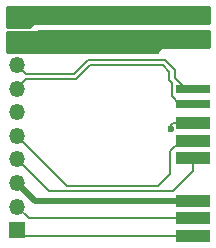
<source format=gtl>
G04 #@! TF.GenerationSoftware,KiCad,Pcbnew,5.1.4+dfsg1-1*
G04 #@! TF.CreationDate,2020-04-13T21:56:05+02:00*
G04 #@! TF.ProjectId,USB_conn,5553425f-636f-46e6-9e2e-6b696361645f,rev?*
G04 #@! TF.SameCoordinates,Original*
G04 #@! TF.FileFunction,Copper,L1,Top*
G04 #@! TF.FilePolarity,Positive*
%FSLAX46Y46*%
G04 Gerber Fmt 4.6, Leading zero omitted, Abs format (unit mm)*
G04 Created by KiCad (PCBNEW 5.1.4+dfsg1-1) date 2020-04-13 21:56:05*
%MOMM*%
%LPD*%
G04 APERTURE LIST*
%ADD10R,3.000000X1.000000*%
%ADD11R,3.000000X0.750000*%
%ADD12R,3.000000X1.500000*%
%ADD13O,1.350000X1.350000*%
%ADD14R,1.350000X1.350000*%
%ADD15C,0.600000*%
%ADD16C,0.200000*%
%ADD17C,0.500000*%
%ADD18C,0.254000*%
G04 APERTURE END LIST*
D10*
X105900000Y-110000000D03*
X105900000Y-108500000D03*
X105900000Y-107000000D03*
X105900000Y-103400000D03*
X105900000Y-101900000D03*
X105900000Y-100400000D03*
D11*
X105900000Y-98800000D03*
X105900000Y-97550000D03*
D12*
X105900000Y-93300000D03*
X105900000Y-91300000D03*
D13*
X91000000Y-91500000D03*
X91000000Y-93500000D03*
X91000000Y-95500000D03*
X91000000Y-97500000D03*
X91000000Y-99500000D03*
X91000000Y-101500000D03*
X91000000Y-103500000D03*
X91000000Y-105500000D03*
X91000000Y-107500000D03*
D14*
X91000000Y-109500000D03*
D15*
X102000000Y-90900000D03*
X101100000Y-91700000D03*
X102000000Y-93000000D03*
X101100000Y-93800000D03*
X103700000Y-93000000D03*
X102800000Y-93800000D03*
X103700000Y-90900000D03*
X102800000Y-91700000D03*
X104050000Y-100950000D03*
D16*
X91500000Y-110000000D02*
X91000000Y-109500000D01*
X105900000Y-110000000D02*
X91500000Y-110000000D01*
X92000000Y-108500000D02*
X91000000Y-107500000D01*
X105900000Y-108500000D02*
X92000000Y-108500000D01*
D17*
X92500000Y-107000000D02*
X91000000Y-105500000D01*
X105900000Y-107000000D02*
X92500000Y-107000000D01*
D16*
X93700000Y-106200000D02*
X91674999Y-104174999D01*
X104200000Y-106200000D02*
X93700000Y-106200000D01*
X105900000Y-103400000D02*
X105900000Y-104500000D01*
X91674999Y-104174999D02*
X91000000Y-103500000D01*
X105900000Y-104500000D02*
X104200000Y-106200000D01*
X104900000Y-101900000D02*
X104000000Y-102800000D01*
X105900000Y-101900000D02*
X104900000Y-101900000D01*
X104000000Y-102800000D02*
X104000000Y-104700000D01*
X91674999Y-102174999D02*
X91000000Y-101500000D01*
X95233670Y-105733670D02*
X91674999Y-102174999D01*
X102966329Y-105733670D02*
X95233670Y-105733670D01*
X104000000Y-104700000D02*
X102966329Y-105733670D01*
X104050000Y-100550000D02*
X104050000Y-100950000D01*
X105900000Y-100400000D02*
X104200000Y-100400000D01*
X104200000Y-100400000D02*
X104050000Y-100550000D01*
X104734998Y-98800000D02*
X105900000Y-98800000D01*
X104099999Y-98165001D02*
X104734998Y-98800000D01*
X104099999Y-96999999D02*
X104099999Y-98165001D01*
X103908814Y-96808814D02*
X104099999Y-96999999D01*
X91775000Y-96725000D02*
X95993200Y-96725000D01*
X95993200Y-96725000D02*
X97193200Y-95525000D01*
X103908814Y-96077014D02*
X103908814Y-96808814D01*
X91000000Y-97500000D02*
X91775000Y-96725000D01*
X97193200Y-95525000D02*
X103356800Y-95525000D01*
X103356800Y-95525000D02*
X103908814Y-96077014D01*
X91775000Y-96275000D02*
X95806800Y-96275000D01*
X95806800Y-96275000D02*
X97006800Y-95075000D01*
X91000000Y-95500000D02*
X91775000Y-96275000D01*
X97006800Y-95075000D02*
X103543200Y-95075000D01*
X103543200Y-95075000D02*
X104358814Y-95890614D01*
X104358814Y-96622417D02*
X105286397Y-97550000D01*
X105286397Y-97550000D02*
X105900000Y-97550000D01*
X104358814Y-95890614D02*
X104358814Y-96622417D01*
D18*
G36*
X107273000Y-91973000D02*
G01*
X92400000Y-91973000D01*
X92375224Y-91975440D01*
X92351399Y-91982667D01*
X92329443Y-91994403D01*
X92310197Y-92010197D01*
X92047394Y-92273000D01*
X90127000Y-92273000D01*
X90127000Y-90627000D01*
X107273000Y-90627000D01*
X107273000Y-91973000D01*
X107273000Y-91973000D01*
G37*
X107273000Y-91973000D02*
X92400000Y-91973000D01*
X92375224Y-91975440D01*
X92351399Y-91982667D01*
X92329443Y-91994403D01*
X92310197Y-92010197D01*
X92047394Y-92273000D01*
X90127000Y-92273000D01*
X90127000Y-90627000D01*
X107273000Y-90627000D01*
X107273000Y-91973000D01*
G36*
X107273000Y-93973000D02*
G01*
X103300000Y-93973000D01*
X103275224Y-93975440D01*
X103251399Y-93982667D01*
X103229443Y-93994403D01*
X103210197Y-94010197D01*
X102847394Y-94373000D01*
X90127000Y-94373000D01*
X90127000Y-92727000D01*
X92700000Y-92727000D01*
X92724776Y-92724560D01*
X92748601Y-92717333D01*
X92770557Y-92705597D01*
X92789803Y-92689803D01*
X92852606Y-92627000D01*
X107273000Y-92627000D01*
X107273000Y-93973000D01*
X107273000Y-93973000D01*
G37*
X107273000Y-93973000D02*
X103300000Y-93973000D01*
X103275224Y-93975440D01*
X103251399Y-93982667D01*
X103229443Y-93994403D01*
X103210197Y-94010197D01*
X102847394Y-94373000D01*
X90127000Y-94373000D01*
X90127000Y-92727000D01*
X92700000Y-92727000D01*
X92724776Y-92724560D01*
X92748601Y-92717333D01*
X92770557Y-92705597D01*
X92789803Y-92689803D01*
X92852606Y-92627000D01*
X107273000Y-92627000D01*
X107273000Y-93973000D01*
M02*

</source>
